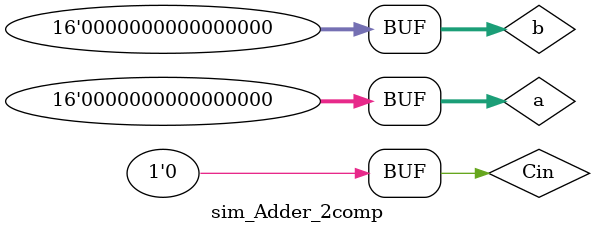
<source format=v>
`timescale 1ns / 1ps


module sim_Adder_2comp();
    reg Cin;
    reg [15:0] a;
    reg [15:0] b;
    wire [15:0] s;
    wire Cout;
    
    Adder_2comp uut(Cin, a[15:0], b[15:0], s[15:0], Cout);
    initial
    begin
    Cin=0;                      // Cin = 0 makes this a 2s complement adder
    #1 a=1; b=2;                // 1 + 2 = 3;       0001 + 0010 = 0011
    #1 a=4; b=4;                // 4 + 4 = 8;       0100 + 0100 = 0011
    #1 a=7; b=8;                // 7 + 8 = 15;      0111 + 1000 = 1111
    #1 a=-3; b=5;               // -3 + 5 = -2;     1101 + 0101 = 0010      cout = 1
    #1 a=2; b=-7;               // 2 + -7 = -5;     0010 + 1001 = 1011
    #1 a=-2; b=-2;               // -2 + -2 = -4;    1110 + 1110 = 1100      cout = 1
    #1 a=0; b=0;
    end
endmodule

</source>
